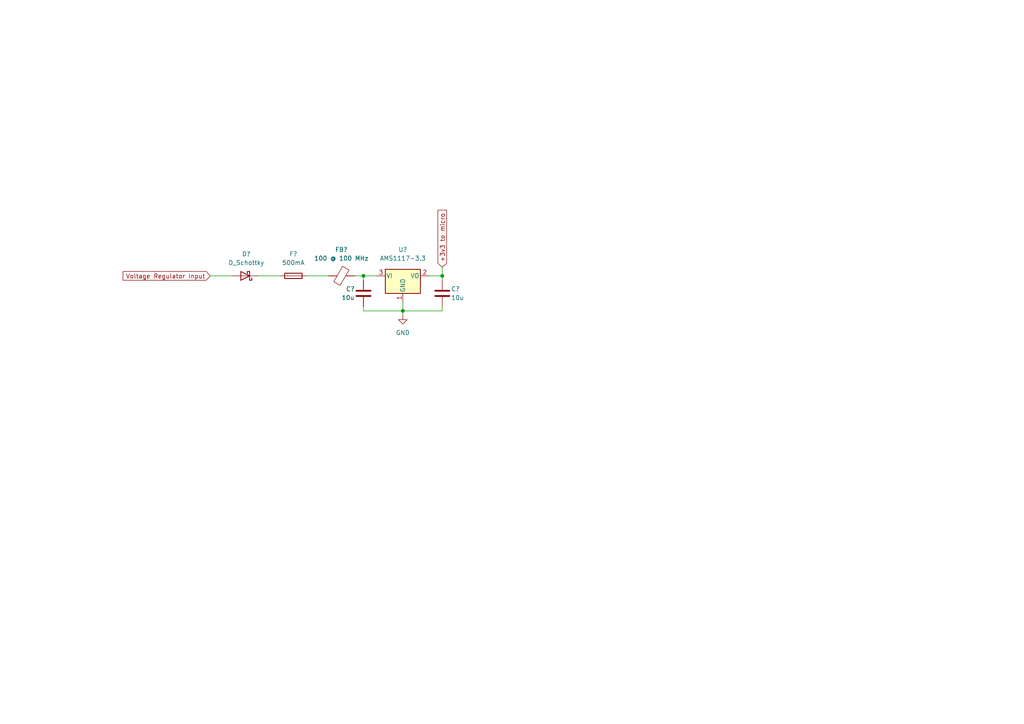
<source format=kicad_sch>
(kicad_sch (version 20211123) (generator eeschema)
  (paper "A4")
  (lib_symbols
    (symbol "Device:C" (pin_numbers hide) (pin_names (offset 0.254))
      (property "Reference" "C" (at 0.635 2.54 0))
      (property "Value" "C" (at 0.635 -2.54 0))
      (symbol "C_0_1"
        (polyline (pts (xy -2.032 -0.762) (xy 2.032 -0.762)) (stroke (width 0.508)))
        (polyline (pts (xy -2.032 0.762) (xy 2.032 0.762)) (stroke (width 0.508)))
      )
      (symbol "C_1_1"
        (pin passive line (at 0 3.81 270) (length 2.794) (name "~") (number "1"))
        (pin passive line (at 0 -3.81 90) (length 2.794) (name "~") (number "2"))
      )
    )
    (symbol "Device:D_Schottky" (pin_numbers hide) (pin_names (offset 1.016) hide)
      (property "Reference" "D" (at 0 2.54 0))
      (property "Value" "D_Schottky" (at 0 -2.54 0))
      (symbol "D_Schottky_0_1"
        (polyline (pts (xy 1.27 0) (xy -1.27 0)))
        (polyline (pts (xy 1.27 1.27) (xy 1.27 -1.27) (xy -1.27 0) (xy 1.27 1.27)) (stroke (width 0.254)))
        (polyline (pts (xy -1.905 0.635) (xy -1.905 1.27) (xy -1.27 1.27) (xy -1.27 -1.27) (xy -0.635 -1.27) (xy -0.635 -0.635)) (stroke (width 0.254)))
      )
      (symbol "D_Schottky_1_1"
        (pin passive line (at -3.81 0 0) (length 2.54) (name "K") (number "1"))
        (pin passive line (at 3.81 0 180) (length 2.54) (name "A") (number "2"))
      )
    )
    (symbol "Device:FerriteBead" (pin_numbers hide) (pin_names (offset 0))
      (property "Reference" "FB" (at -3.81 0.635 90))
      (property "Value" "FerriteBead" (at 3.81 0 90))
      (symbol "FerriteBead_0_1"
        (polyline (pts (xy 0 -1.27) (xy 0 -1.2192)))
        (polyline (pts (xy 0 1.27) (xy 0 1.2954)))
        (polyline (pts (xy -2.7686 0.4064) (xy -1.7018 2.2606) (xy 2.7686 -0.3048) (xy 1.6764 -2.159) (xy -2.7686 0.4064)))
      )
      (symbol "FerriteBead_1_1"
        (pin passive line (at 0 3.81 270) (length 2.54) (name "~") (number "1"))
        (pin passive line (at 0 -3.81 90) (length 2.54) (name "~") (number "2"))
      )
    )
    (symbol "Device:Fuse" (pin_numbers hide) (pin_names (offset 0))
      (property "Reference" "F" (at 2.032 0 90))
      (property "Value" "Fuse" (at -1.905 0 90))
      (symbol "Fuse_0_1"
        (rectangle (start -0.762 -2.54) (end 0.762 2.54) (stroke (width 0.254)))
        (polyline (pts (xy 0 2.54) (xy 0 -2.54)))
      )
      (symbol "Fuse_1_1"
        (pin passive line (at 0 3.81 270) (length 1.27) (name "~") (number "1"))
        (pin passive line (at 0 -3.81 90) (length 1.27) (name "~") (number "2"))
      )
    )
    (symbol "Regulator_Linear:AMS1117-3.3" (pin_names (offset 0.254))
      (property "Reference" "U" (at -3.81 3.175 0))
      (property "Value" "AMS1117-3.3" (at 0 3.175 0))
      (symbol "AMS1117-3.3_0_1"
        (rectangle (start -5.08 -5.08) (end 5.08 1.905) (stroke (width 0.254)) (fill (type background)))
      )
      (symbol "AMS1117-3.3_1_1"
        (pin power_in line (at 0 -7.62 90) (length 2.54) (name "GND") (number "1"))
        (pin power_out line (at 7.62 0 180) (length 2.54) (name "VO") (number "2"))
        (pin power_in line (at -7.62 0 0) (length 2.54) (name "VI") (number "3"))
      )
    )
    (symbol "power:GND" (power) (pin_names (offset 0))
      (property "Value" "GND" (at 0 -3.81 0))
      (symbol "GND_0_1"
        (polyline (pts (xy 0 0) (xy 0 -1.27) (xy 1.27 -1.27) (xy 0 -2.54) (xy -1.27 -1.27) (xy 0 -1.27)))
      )
      (symbol "GND_1_1"
        (pin power_in line (at 0 0 270) (length 0) hide (name "GND") (number "1"))
      )
    )
  )
  (junction (at 105.41 80.01))
  (junction (at 128.27 80.01))
  (junction (at 116.84 90.17))
  (wire (pts (xy 124.46 80.01) (xy 128.27 80.01)))
  (wire (pts (xy 116.84 87.63) (xy 116.84 90.17)))
  (wire (pts (xy 102.87 80.01) (xy 105.41 80.01)))
  (wire (pts (xy 128.27 90.17) (xy 116.84 90.17)))
  (wire (pts (xy 128.27 77.47) (xy 128.27 80.01)))
  (wire (pts (xy 105.41 80.01) (xy 105.41 81.28)))
  (wire (pts (xy 105.41 88.9) (xy 105.41 90.17)))
  (wire (pts (xy 128.27 88.9) (xy 128.27 90.17)))
  (wire (pts (xy 128.27 80.01) (xy 128.27 81.28)))
  (wire (pts (xy 105.41 90.17) (xy 116.84 90.17)))
  (wire (pts (xy 88.9 80.01) (xy 95.25 80.01)))
  (wire (pts (xy 116.84 90.17) (xy 116.84 91.44)))
  (wire (pts (xy 60.96 80.01) (xy 67.31 80.01)))
  (wire (pts (xy 74.93 80.01) (xy 81.28 80.01)))
  (wire (pts (xy 105.41 80.01) (xy 109.22 80.01)))
  (global_label "Voltage Regulator Input" (shape input) (at 60.96 80.01 180) (property "Intersheet References" "${INTERSHEET_REFS}" (effects hide)))
  (global_label "+3v3 to micro" (shape input) (at 128.27 77.47 90) (property "Intersheet References" "${INTERSHEET_REFS}" (effects hide)))
  (symbol (lib_id "Device:Fuse") (at 85.09 80.01 90) (unit 1)
    (property "Reference" "F?" (at 85.09 73.66 90))
    (property "Value" "500mA" (at 85.09 76.2 90))
  )
  (symbol (lib_id "Device:C") (at 128.27 85.09 0) (unit 1)
    (property "Reference" "C?" (at 130.81 83.82 0) (effects (justify left)))
    (property "Value" "10u" (at 130.81 86.36 0) (effects (justify left)))
  )
  (symbol (lib_id "Device:C") (at 105.41 85.09 0) (unit 1)
    (property "Reference" "C?" (at 100.33 83.82 0) (effects (justify left)))
    (property "Value" "10u" (at 99.06 86.36 0) (effects (justify left)))
  )
  (symbol (lib_id "power:GND") (at 116.84 91.44 0) (unit 1)
    (property "Reference" "#PWR?" (effects hide))
    (property "Value" "GND" (at 116.84 96.52 0))
  )
  (symbol (lib_id "Device:D_Schottky") (at 71.12 80.01 180) (unit 1)
    (property "Reference" "D?" (at 71.4375 73.66 0))
    (property "Value" "D_Schottky" (at 71.4375 76.2 0))
  )
  (symbol (lib_id "Regulator_Linear:AMS1117-3.3") (at 116.84 80.01 0) (unit 1)
    (property "Reference" "U?" (at 116.84 72.39 0))
    (property "Value" "AMS1117-3.3" (at 116.84 74.93 0))
    (property "Footprint" "Package_TO_SOT_SMD:SOT-223-3_TabPin2" (effects hide))
    (property "Datasheet" "http://www.advanced-monolithic.com/pdf/ds1117.pdf" (effects hide))
  )
  (symbol (lib_id "Device:FerriteBead") (at 99.06 80.01 90) (unit 1)
    (property "Reference" "FB?" (at 99.0092 72.39 90))
    (property "Value" "100 @ 100 MHz" (at 99.0092 74.93 90))
  )
)
</source>
